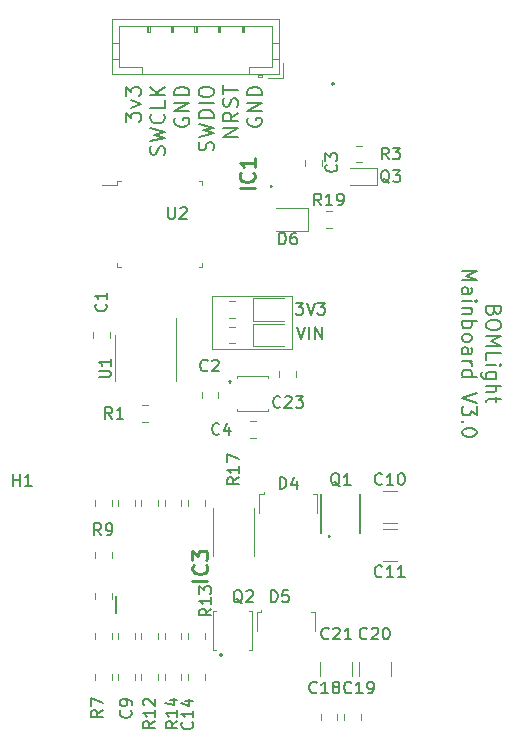
<source format=gbr>
G04 #@! TF.GenerationSoftware,KiCad,Pcbnew,(5.1.4)-1*
G04 #@! TF.CreationDate,2020-06-09T22:28:14-07:00*
G04 #@! TF.ProjectId,SkateLightMainBoard,536b6174-654c-4696-9768-744d61696e42,rev?*
G04 #@! TF.SameCoordinates,Original*
G04 #@! TF.FileFunction,Legend,Top*
G04 #@! TF.FilePolarity,Positive*
%FSLAX46Y46*%
G04 Gerber Fmt 4.6, Leading zero omitted, Abs format (unit mm)*
G04 Created by KiCad (PCBNEW (5.1.4)-1) date 2020-06-09 22:28:14*
%MOMM*%
%LPD*%
G04 APERTURE LIST*
%ADD10C,0.152400*%
%ADD11C,0.120000*%
%ADD12C,0.177800*%
%ADD13C,0.200000*%
%ADD14C,0.254000*%
%ADD15C,0.100000*%
%ADD16C,0.150000*%
G04 APERTURE END LIST*
D10*
X-10918976Y17015701D02*
X-10918976Y17801892D01*
X-10435166Y17378559D01*
X-10435166Y17559987D01*
X-10374690Y17680940D01*
X-10314214Y17741416D01*
X-10193261Y17801892D01*
X-9890880Y17801892D01*
X-9769928Y17741416D01*
X-9709452Y17680940D01*
X-9648976Y17559987D01*
X-9648976Y17197130D01*
X-9709452Y17076178D01*
X-9769928Y17015701D01*
X-10495642Y18225225D02*
X-9648976Y18527606D01*
X-10495642Y18829987D01*
X-10918976Y19192844D02*
X-10918976Y19979035D01*
X-10435166Y19555701D01*
X-10435166Y19737130D01*
X-10374690Y19858082D01*
X-10314214Y19918559D01*
X-10193261Y19979035D01*
X-9890880Y19979035D01*
X-9769928Y19918559D01*
X-9709452Y19858082D01*
X-9648976Y19737130D01*
X-9648976Y19374273D01*
X-9709452Y19253320D01*
X-9769928Y19192844D01*
X-7652052Y14233797D02*
X-7591576Y14415225D01*
X-7591576Y14717606D01*
X-7652052Y14838559D01*
X-7712528Y14899035D01*
X-7833480Y14959511D01*
X-7954433Y14959511D01*
X-8075385Y14899035D01*
X-8135861Y14838559D01*
X-8196338Y14717606D01*
X-8256814Y14475701D01*
X-8317290Y14354749D01*
X-8377766Y14294273D01*
X-8498719Y14233797D01*
X-8619671Y14233797D01*
X-8740623Y14294273D01*
X-8801100Y14354749D01*
X-8861576Y14475701D01*
X-8861576Y14778082D01*
X-8801100Y14959511D01*
X-8861576Y15382844D02*
X-7591576Y15685225D01*
X-8498719Y15927130D01*
X-7591576Y16169035D01*
X-8861576Y16471416D01*
X-7712528Y17680940D02*
X-7652052Y17620463D01*
X-7591576Y17439035D01*
X-7591576Y17318082D01*
X-7652052Y17136654D01*
X-7773004Y17015701D01*
X-7893957Y16955225D01*
X-8135861Y16894749D01*
X-8317290Y16894749D01*
X-8559195Y16955225D01*
X-8680147Y17015701D01*
X-8801100Y17136654D01*
X-8861576Y17318082D01*
X-8861576Y17439035D01*
X-8801100Y17620463D01*
X-8740623Y17680940D01*
X-7591576Y18829987D02*
X-7591576Y18225225D01*
X-8861576Y18225225D01*
X-7591576Y19253320D02*
X-8861576Y19253320D01*
X-7591576Y19979035D02*
X-8317290Y19434749D01*
X-8861576Y19979035D02*
X-8135861Y19253320D01*
X-6743700Y17318082D02*
X-6804176Y17197130D01*
X-6804176Y17015701D01*
X-6743700Y16834273D01*
X-6622747Y16713320D01*
X-6501795Y16652844D01*
X-6259890Y16592368D01*
X-6078461Y16592368D01*
X-5836557Y16652844D01*
X-5715604Y16713320D01*
X-5594652Y16834273D01*
X-5534176Y17015701D01*
X-5534176Y17136654D01*
X-5594652Y17318082D01*
X-5655128Y17378559D01*
X-6078461Y17378559D01*
X-6078461Y17136654D01*
X-5534176Y17922844D02*
X-6804176Y17922844D01*
X-5534176Y18648559D01*
X-6804176Y18648559D01*
X-5534176Y19253320D02*
X-6804176Y19253320D01*
X-6804176Y19555701D01*
X-6743700Y19737130D01*
X-6622747Y19858082D01*
X-6501795Y19918559D01*
X-6259890Y19979035D01*
X-6078461Y19979035D01*
X-5836557Y19918559D01*
X-5715604Y19858082D01*
X-5594652Y19737130D01*
X-5534176Y19555701D01*
X-5534176Y19253320D01*
X-3537252Y14596654D02*
X-3476776Y14778082D01*
X-3476776Y15080463D01*
X-3537252Y15201416D01*
X-3597728Y15261892D01*
X-3718680Y15322368D01*
X-3839633Y15322368D01*
X-3960585Y15261892D01*
X-4021061Y15201416D01*
X-4081538Y15080463D01*
X-4142014Y14838559D01*
X-4202490Y14717606D01*
X-4262966Y14657130D01*
X-4383919Y14596654D01*
X-4504871Y14596654D01*
X-4625823Y14657130D01*
X-4686300Y14717606D01*
X-4746776Y14838559D01*
X-4746776Y15140940D01*
X-4686300Y15322368D01*
X-4746776Y15745701D02*
X-3476776Y16048082D01*
X-4383919Y16289987D01*
X-3476776Y16531892D01*
X-4746776Y16834273D01*
X-3476776Y17318082D02*
X-4746776Y17318082D01*
X-4746776Y17620463D01*
X-4686300Y17801892D01*
X-4565347Y17922844D01*
X-4444395Y17983320D01*
X-4202490Y18043797D01*
X-4021061Y18043797D01*
X-3779157Y17983320D01*
X-3658204Y17922844D01*
X-3537252Y17801892D01*
X-3476776Y17620463D01*
X-3476776Y17318082D01*
X-3476776Y18588082D02*
X-4746776Y18588082D01*
X-4746776Y19434749D02*
X-4746776Y19676654D01*
X-4686300Y19797606D01*
X-4565347Y19918559D01*
X-4323442Y19979035D01*
X-3900109Y19979035D01*
X-3658204Y19918559D01*
X-3537252Y19797606D01*
X-3476776Y19676654D01*
X-3476776Y19434749D01*
X-3537252Y19313797D01*
X-3658204Y19192844D01*
X-3900109Y19132368D01*
X-4323442Y19132368D01*
X-4565347Y19192844D01*
X-4686300Y19313797D01*
X-4746776Y19434749D01*
X-1419376Y15745701D02*
X-2689376Y15745701D01*
X-1419376Y16471416D01*
X-2689376Y16471416D01*
X-1419376Y17801892D02*
X-2024138Y17378559D01*
X-1419376Y17076178D02*
X-2689376Y17076178D01*
X-2689376Y17559987D01*
X-2628900Y17680940D01*
X-2568423Y17741416D01*
X-2447471Y17801892D01*
X-2266042Y17801892D01*
X-2145090Y17741416D01*
X-2084614Y17680940D01*
X-2024138Y17559987D01*
X-2024138Y17076178D01*
X-1479852Y18285701D02*
X-1419376Y18467130D01*
X-1419376Y18769511D01*
X-1479852Y18890463D01*
X-1540328Y18950940D01*
X-1661280Y19011416D01*
X-1782233Y19011416D01*
X-1903185Y18950940D01*
X-1963661Y18890463D01*
X-2024138Y18769511D01*
X-2084614Y18527606D01*
X-2145090Y18406654D01*
X-2205566Y18346178D01*
X-2326519Y18285701D01*
X-2447471Y18285701D01*
X-2568423Y18346178D01*
X-2628900Y18406654D01*
X-2689376Y18527606D01*
X-2689376Y18829987D01*
X-2628900Y19011416D01*
X-2689376Y19374273D02*
X-2689376Y20099987D01*
X-1419376Y19737130D02*
X-2689376Y19737130D01*
X-571500Y17318082D02*
X-631976Y17197130D01*
X-631976Y17015701D01*
X-571500Y16834273D01*
X-450547Y16713320D01*
X-329595Y16652844D01*
X-87690Y16592368D01*
X93738Y16592368D01*
X335642Y16652844D01*
X456595Y16713320D01*
X577547Y16834273D01*
X638023Y17015701D01*
X638023Y17136654D01*
X577547Y17318082D01*
X517071Y17378559D01*
X93738Y17378559D01*
X93738Y17136654D01*
X638023Y17922844D02*
X-631976Y17922844D01*
X638023Y18648559D01*
X-631976Y18648559D01*
X638023Y19253320D02*
X-631976Y19253320D01*
X-631976Y19555701D01*
X-571500Y19737130D01*
X-450547Y19858082D01*
X-329595Y19918559D01*
X-87690Y19979035D01*
X93738Y19979035D01*
X335642Y19918559D01*
X456595Y19858082D01*
X577547Y19737130D01*
X638023Y19555701D01*
X638023Y19253320D01*
D11*
X3200400Y-2197100D02*
X-3594100Y-2197100D01*
D12*
X3611638Y-307219D02*
X3950304Y-1323219D01*
X4288971Y-307219D01*
X4627638Y-1323219D02*
X4627638Y-307219D01*
X5111447Y-1323219D02*
X5111447Y-307219D01*
X5692019Y-1323219D01*
X5692019Y-307219D01*
X3474495Y1724780D02*
X4103447Y1724780D01*
X3764780Y1337733D01*
X3909923Y1337733D01*
X4006685Y1289352D01*
X4055066Y1240971D01*
X4103447Y1144209D01*
X4103447Y902304D01*
X4055066Y805542D01*
X4006685Y757161D01*
X3909923Y708780D01*
X3619638Y708780D01*
X3522876Y757161D01*
X3474495Y805542D01*
X4393733Y1724780D02*
X4732400Y708780D01*
X5071066Y1724780D01*
X5312971Y1724780D02*
X5941923Y1724780D01*
X5603257Y1337733D01*
X5748400Y1337733D01*
X5845161Y1289352D01*
X5893542Y1240971D01*
X5941923Y1144209D01*
X5941923Y902304D01*
X5893542Y805542D01*
X5845161Y757161D01*
X5748400Y708780D01*
X5458114Y708780D01*
X5361352Y757161D01*
X5312971Y805542D01*
D11*
X-3594100Y-2197100D02*
X-3594100Y2311400D01*
X3200400Y2311400D02*
X3200400Y-2197100D01*
X-3594100Y2311400D02*
X3200400Y2311400D01*
D13*
X20276785Y1001428D02*
X20217261Y822857D01*
X20157738Y763333D01*
X20038690Y703809D01*
X19860119Y703809D01*
X19741071Y763333D01*
X19681547Y822857D01*
X19622023Y941904D01*
X19622023Y1418095D01*
X20872023Y1418095D01*
X20872023Y1001428D01*
X20812500Y882380D01*
X20752976Y822857D01*
X20633928Y763333D01*
X20514880Y763333D01*
X20395833Y822857D01*
X20336309Y882380D01*
X20276785Y1001428D01*
X20276785Y1418095D01*
X20872023Y-70000D02*
X20872023Y-308095D01*
X20812500Y-427142D01*
X20693452Y-546190D01*
X20455357Y-605714D01*
X20038690Y-605714D01*
X19800595Y-546190D01*
X19681547Y-427142D01*
X19622023Y-308095D01*
X19622023Y-70000D01*
X19681547Y49047D01*
X19800595Y168095D01*
X20038690Y227619D01*
X20455357Y227619D01*
X20693452Y168095D01*
X20812500Y49047D01*
X20872023Y-70000D01*
X19622023Y-1141428D02*
X20872023Y-1141428D01*
X19979166Y-1558095D01*
X20872023Y-1974761D01*
X19622023Y-1974761D01*
X19622023Y-3165238D02*
X19622023Y-2569999D01*
X20872023Y-2569999D01*
X19622023Y-3581904D02*
X20455357Y-3581904D01*
X20872023Y-3581904D02*
X20812500Y-3522380D01*
X20752976Y-3581904D01*
X20812500Y-3641428D01*
X20872023Y-3581904D01*
X20752976Y-3581904D01*
X20455357Y-4712857D02*
X19443452Y-4712857D01*
X19324404Y-4653333D01*
X19264880Y-4593809D01*
X19205357Y-4474761D01*
X19205357Y-4296190D01*
X19264880Y-4177142D01*
X19681547Y-4712857D02*
X19622023Y-4593809D01*
X19622023Y-4355714D01*
X19681547Y-4236666D01*
X19741071Y-4177142D01*
X19860119Y-4117619D01*
X20217261Y-4117619D01*
X20336309Y-4177142D01*
X20395833Y-4236666D01*
X20455357Y-4355714D01*
X20455357Y-4593809D01*
X20395833Y-4712857D01*
X19622023Y-5308095D02*
X20872023Y-5308095D01*
X19622023Y-5843809D02*
X20276785Y-5843809D01*
X20395833Y-5784285D01*
X20455357Y-5665238D01*
X20455357Y-5486666D01*
X20395833Y-5367619D01*
X20336309Y-5308095D01*
X20455357Y-6260476D02*
X20455357Y-6736666D01*
X20872023Y-6439047D02*
X19800595Y-6439047D01*
X19681547Y-6498571D01*
X19622023Y-6617619D01*
X19622023Y-6736666D01*
X17547023Y4424047D02*
X18797023Y4424047D01*
X17904166Y4007380D01*
X18797023Y3590714D01*
X17547023Y3590714D01*
X17547023Y2459761D02*
X18201785Y2459761D01*
X18320833Y2519285D01*
X18380357Y2638333D01*
X18380357Y2876428D01*
X18320833Y2995476D01*
X17606547Y2459761D02*
X17547023Y2578809D01*
X17547023Y2876428D01*
X17606547Y2995476D01*
X17725595Y3055000D01*
X17844642Y3055000D01*
X17963690Y2995476D01*
X18023214Y2876428D01*
X18023214Y2578809D01*
X18082738Y2459761D01*
X17547023Y1864523D02*
X18380357Y1864523D01*
X18797023Y1864523D02*
X18737500Y1924047D01*
X18677976Y1864523D01*
X18737500Y1805000D01*
X18797023Y1864523D01*
X18677976Y1864523D01*
X18380357Y1269285D02*
X17547023Y1269285D01*
X18261309Y1269285D02*
X18320833Y1209761D01*
X18380357Y1090714D01*
X18380357Y912142D01*
X18320833Y793095D01*
X18201785Y733571D01*
X17547023Y733571D01*
X17547023Y138333D02*
X18797023Y138333D01*
X18320833Y138333D02*
X18380357Y19285D01*
X18380357Y-218809D01*
X18320833Y-337857D01*
X18261309Y-397380D01*
X18142261Y-456904D01*
X17785119Y-456904D01*
X17666071Y-397380D01*
X17606547Y-337857D01*
X17547023Y-218809D01*
X17547023Y19285D01*
X17606547Y138333D01*
X17547023Y-1171190D02*
X17606547Y-1052142D01*
X17666071Y-992619D01*
X17785119Y-933095D01*
X18142261Y-933095D01*
X18261309Y-992619D01*
X18320833Y-1052142D01*
X18380357Y-1171190D01*
X18380357Y-1349761D01*
X18320833Y-1468809D01*
X18261309Y-1528333D01*
X18142261Y-1587857D01*
X17785119Y-1587857D01*
X17666071Y-1528333D01*
X17606547Y-1468809D01*
X17547023Y-1349761D01*
X17547023Y-1171190D01*
X17547023Y-2659285D02*
X18201785Y-2659285D01*
X18320833Y-2599761D01*
X18380357Y-2480714D01*
X18380357Y-2242619D01*
X18320833Y-2123571D01*
X17606547Y-2659285D02*
X17547023Y-2540238D01*
X17547023Y-2242619D01*
X17606547Y-2123571D01*
X17725595Y-2064047D01*
X17844642Y-2064047D01*
X17963690Y-2123571D01*
X18023214Y-2242619D01*
X18023214Y-2540238D01*
X18082738Y-2659285D01*
X17547023Y-3254523D02*
X18380357Y-3254523D01*
X18142261Y-3254523D02*
X18261309Y-3314047D01*
X18320833Y-3373571D01*
X18380357Y-3492619D01*
X18380357Y-3611666D01*
X17547023Y-4564047D02*
X18797023Y-4564047D01*
X17606547Y-4564047D02*
X17547023Y-4445000D01*
X17547023Y-4206904D01*
X17606547Y-4087857D01*
X17666071Y-4028333D01*
X17785119Y-3968809D01*
X18142261Y-3968809D01*
X18261309Y-4028333D01*
X18320833Y-4087857D01*
X18380357Y-4206904D01*
X18380357Y-4445000D01*
X18320833Y-4564047D01*
X18797023Y-5933095D02*
X17547023Y-6349761D01*
X18797023Y-6766428D01*
X18797023Y-7064047D02*
X18797023Y-7837857D01*
X18320833Y-7421190D01*
X18320833Y-7599761D01*
X18261309Y-7718809D01*
X18201785Y-7778333D01*
X18082738Y-7837857D01*
X17785119Y-7837857D01*
X17666071Y-7778333D01*
X17606547Y-7718809D01*
X17547023Y-7599761D01*
X17547023Y-7242619D01*
X17606547Y-7123571D01*
X17666071Y-7064047D01*
X17666071Y-8373571D02*
X17606547Y-8433095D01*
X17547023Y-8373571D01*
X17606547Y-8314047D01*
X17666071Y-8373571D01*
X17547023Y-8373571D01*
X18797023Y-9206904D02*
X18797023Y-9325952D01*
X18737500Y-9445000D01*
X18677976Y-9504523D01*
X18558928Y-9564047D01*
X18320833Y-9623571D01*
X18023214Y-9623571D01*
X17785119Y-9564047D01*
X17666071Y-9504523D01*
X17606547Y-9445000D01*
X17547023Y-9325952D01*
X17547023Y-9206904D01*
X17606547Y-9087857D01*
X17666071Y-9028333D01*
X17785119Y-8968809D01*
X18023214Y-8909285D01*
X18320833Y-8909285D01*
X18558928Y-8968809D01*
X18677976Y-9028333D01*
X18737500Y-9087857D01*
X18797023Y-9206904D01*
D14*
X6328500Y-18075000D02*
G75*
G03X6328500Y-18075000I-27000J0D01*
G01*
D13*
X8952500Y-17779000D02*
X8952500Y-14479000D01*
X5652500Y-14479000D02*
X5652500Y-17779000D01*
D14*
X1396500Y11544300D02*
G75*
G03X1396500Y11544300I-27000J0D01*
G01*
D11*
X7545000Y-33078922D02*
X7545000Y-33596078D01*
X8965000Y-33078922D02*
X8965000Y-33596078D01*
X5576500Y-33078922D02*
X5576500Y-33596078D01*
X6996500Y-33078922D02*
X6996500Y-33596078D01*
X-12117000Y-15513578D02*
X-12117000Y-14996422D01*
X-13537000Y-15513578D02*
X-13537000Y-14996422D01*
X-12117000Y-19943578D02*
X-12117000Y-19426422D01*
X-13537000Y-19943578D02*
X-13537000Y-19426422D01*
X-9600000Y-29713422D02*
X-9600000Y-30230578D01*
X-8180000Y-29713422D02*
X-8180000Y-30230578D01*
X-13690000Y-728922D02*
X-13690000Y-1246078D01*
X-12270000Y-728922D02*
X-12270000Y-1246078D01*
X5680000Y13301422D02*
X5680000Y13818578D01*
X4260000Y13301422D02*
X4260000Y13818578D01*
X-11568500Y-29713422D02*
X-11568500Y-30230578D01*
X-10148500Y-29713422D02*
X-10148500Y-30230578D01*
X10827936Y-16917500D02*
X12032064Y-16917500D01*
X10827936Y-14197500D02*
X12032064Y-14197500D01*
X10827936Y-20156000D02*
X12032064Y-20156000D01*
X10827936Y-17436000D02*
X12032064Y-17436000D01*
X-12117000Y-23372578D02*
X-12117000Y-22855422D01*
X-13537000Y-23372578D02*
X-13537000Y-22855422D01*
X-8180000Y-26801578D02*
X-8180000Y-26284422D01*
X-9600000Y-26801578D02*
X-9600000Y-26284422D01*
X-5663000Y-29713422D02*
X-5663000Y-30230578D01*
X-4243000Y-29713422D02*
X-4243000Y-30230578D01*
X-10148500Y-15498578D02*
X-10148500Y-14981422D01*
X-11568500Y-15498578D02*
X-11568500Y-14981422D01*
X-5663000Y-14981422D02*
X-5663000Y-15498578D01*
X-4243000Y-14981422D02*
X-4243000Y-15498578D01*
X-6211500Y-15498578D02*
X-6211500Y-14981422D01*
X-7631500Y-15498578D02*
X-7631500Y-14981422D01*
X11520000Y-29875564D02*
X11520000Y-28671436D01*
X8800000Y-29875564D02*
X8800000Y-28671436D01*
X8281500Y-29875564D02*
X8281500Y-28671436D01*
X5561500Y-29875564D02*
X5561500Y-28671436D01*
X-173700Y-1988700D02*
X2511300Y-1988700D01*
X-173700Y-68700D02*
X-173700Y-1988700D01*
X2511300Y-68700D02*
X-173700Y-68700D01*
X-173700Y183000D02*
X2511300Y183000D01*
X-173700Y2103000D02*
X-173700Y183000D01*
X2511300Y2103000D02*
X-173700Y2103000D01*
X757500Y-14307000D02*
X757500Y-14507000D01*
X5307500Y-16107000D02*
X5307500Y-14507000D01*
X407500Y-14507000D02*
X407500Y-16107000D01*
X757500Y-14507000D02*
X407500Y-14507000D01*
X5307500Y-14507000D02*
X4957500Y-14507000D01*
X567000Y-24276500D02*
X567000Y-24476500D01*
X5117000Y-26076500D02*
X5117000Y-24476500D01*
X217000Y-24476500D02*
X217000Y-26076500D01*
X567000Y-24476500D02*
X217000Y-24476500D01*
X5117000Y-24476500D02*
X4767000Y-24476500D01*
D13*
X-11755000Y-24541500D02*
X-11755000Y-23091500D01*
D11*
X-9567678Y-8393500D02*
X-9050522Y-8393500D01*
X-9567678Y-6973500D02*
X-9050522Y-6973500D01*
X-1659122Y-318700D02*
X-2176278Y-318700D01*
X-1659122Y-1738700D02*
X-2176278Y-1738700D01*
X-1659122Y1853000D02*
X-2176278Y1853000D01*
X-1659122Y433000D02*
X-2176278Y433000D01*
X-13537000Y-29713422D02*
X-13537000Y-30230578D01*
X-12117000Y-29713422D02*
X-12117000Y-30230578D01*
X-11568500Y-26284422D02*
X-11568500Y-26801578D01*
X-10148500Y-26284422D02*
X-10148500Y-26801578D01*
X-13537000Y-26284422D02*
X-13537000Y-26801578D01*
X-12117000Y-26284422D02*
X-12117000Y-26801578D01*
X-5663000Y-26284422D02*
X-5663000Y-26801578D01*
X-4243000Y-26284422D02*
X-4243000Y-26801578D01*
X-7631500Y-29713422D02*
X-7631500Y-30230578D01*
X-6211500Y-29713422D02*
X-6211500Y-30230578D01*
X-6211500Y-26801578D02*
X-6211500Y-26284422D01*
X-7631500Y-26801578D02*
X-7631500Y-26284422D01*
X-8180000Y-15498578D02*
X-8180000Y-14981422D01*
X-9600000Y-15498578D02*
X-9600000Y-14981422D01*
X-3488000Y-15664436D02*
X-3488000Y-19768564D01*
X-68000Y-15664436D02*
X-68000Y-19768564D01*
X-6680101Y-3008961D02*
X-6680101Y441039D01*
X-6680101Y-3008961D02*
X-6680101Y-4958961D01*
X-11800101Y-3008961D02*
X-11800101Y-1058961D01*
X-11800101Y-3008961D02*
X-11800101Y-4958961D01*
D15*
X-3241500Y-24366000D02*
X-3491500Y-24366000D01*
X-3491500Y-24366000D02*
X-3491500Y-27666000D01*
X-3491500Y-27666000D02*
X-3241500Y-27666000D01*
X-441500Y-24366000D02*
X-191500Y-24366000D01*
X-191500Y-24366000D02*
X-191500Y-27666000D01*
X-191500Y-27666000D02*
X-441500Y-27666000D01*
D13*
X-2941500Y-28116000D02*
X-2941500Y-28116000D01*
X-2741500Y-28116000D02*
X-2741500Y-28116000D01*
X-2741500Y-28116000D02*
G75*
G03X-2941500Y-28116000I-100000J0D01*
G01*
X-2941500Y-28116000D02*
G75*
G03X-2741500Y-28116000I100000J0D01*
G01*
D11*
X8044800Y11656400D02*
X10329800Y11656400D01*
X10329800Y11656400D02*
X10329800Y13126400D01*
X10329800Y13126400D02*
X8044800Y13126400D01*
X8586222Y15006400D02*
X9103378Y15006400D01*
X8586222Y13586400D02*
X9103378Y13586400D01*
X2084000Y-4576578D02*
X2084000Y-4059422D01*
X3504000Y-4576578D02*
X3504000Y-4059422D01*
X-4494600Y-6329178D02*
X-4494600Y-5812022D01*
X-3074600Y-6329178D02*
X-3074600Y-5812022D01*
X106178Y-8307000D02*
X-410978Y-8307000D01*
X106178Y-9727000D02*
X-410978Y-9727000D01*
X1819400Y7790300D02*
X4504400Y7790300D01*
X4504400Y7790300D02*
X4504400Y9710300D01*
X4504400Y9710300D02*
X1819400Y9710300D01*
D15*
X-1503200Y-4669000D02*
X-1503200Y-4469000D01*
X-1503200Y-4469000D02*
X1096800Y-4469000D01*
X1096800Y-4469000D02*
X1096800Y-4669000D01*
X-1503200Y-7269000D02*
X-1503200Y-7469000D01*
X-1503200Y-7469000D02*
X1096800Y-7469000D01*
X1096800Y-7469000D02*
X1096800Y-7269000D01*
D13*
X-2103200Y-4869000D02*
X-2103200Y-4869000D01*
X-2103200Y-5069000D02*
X-2103200Y-5069000D01*
X-2103200Y-5069000D02*
G75*
G03X-2103200Y-4869000I0J100000D01*
G01*
X-2103200Y-4869000D02*
G75*
G03X-2103200Y-5069000I0J-100000D01*
G01*
X6507400Y20240800D02*
G75*
G03X6707400Y20240800I100000J0D01*
G01*
X6707400Y20240800D02*
G75*
G03X6507400Y20240800I-100000J0D01*
G01*
X6707400Y20240800D02*
X6707400Y20240800D01*
X6507400Y20240800D02*
X6507400Y20240800D01*
D11*
X6015222Y8040300D02*
X6532378Y8040300D01*
X6015222Y9460300D02*
X6532378Y9460300D01*
X-4716400Y4772000D02*
X-4416400Y4772000D01*
X-4416400Y4772000D02*
X-4416400Y5072000D01*
X-11336400Y4772000D02*
X-11636400Y4772000D01*
X-11636400Y4772000D02*
X-11636400Y5072000D01*
X-4716400Y11992000D02*
X-4416400Y11992000D01*
X-4416400Y11992000D02*
X-4416400Y11692000D01*
X-11336400Y11992000D02*
X-11636400Y11992000D01*
X-11636400Y11992000D02*
X-11636400Y11692000D01*
X-11636400Y11692000D02*
X-12951400Y11692000D01*
X2060000Y21050000D02*
X2060000Y25770000D01*
X2060000Y25770000D02*
X-12060000Y25770000D01*
X-12060000Y25770000D02*
X-12060000Y21050000D01*
X-12060000Y21050000D02*
X2060000Y21050000D01*
X300000Y21050000D02*
X300000Y20850000D01*
X300000Y20850000D02*
X600000Y20850000D01*
X600000Y20850000D02*
X600000Y21050000D01*
X300000Y20950000D02*
X600000Y20950000D01*
X-500000Y21050000D02*
X-500000Y21660000D01*
X-500000Y21660000D02*
X1450000Y21660000D01*
X1450000Y21660000D02*
X1450000Y25160000D01*
X1450000Y25160000D02*
X-11450000Y25160000D01*
X-11450000Y25160000D02*
X-11450000Y21660000D01*
X-11450000Y21660000D02*
X-9500000Y21660000D01*
X-9500000Y21660000D02*
X-9500000Y21050000D01*
X2060000Y22360000D02*
X1450000Y22360000D01*
X2060000Y23660000D02*
X1450000Y23660000D01*
X-12060000Y22360000D02*
X-11450000Y22360000D01*
X-12060000Y23660000D02*
X-11450000Y23660000D01*
X-900000Y25160000D02*
X-900000Y24660000D01*
X-900000Y24660000D02*
X-1100000Y24660000D01*
X-1100000Y24660000D02*
X-1100000Y25160000D01*
X-1000000Y25160000D02*
X-1000000Y24660000D01*
X-2900000Y25160000D02*
X-2900000Y24660000D01*
X-2900000Y24660000D02*
X-3100000Y24660000D01*
X-3100000Y24660000D02*
X-3100000Y25160000D01*
X-3000000Y25160000D02*
X-3000000Y24660000D01*
X-4900000Y25160000D02*
X-4900000Y24660000D01*
X-4900000Y24660000D02*
X-5100000Y24660000D01*
X-5100000Y24660000D02*
X-5100000Y25160000D01*
X-5000000Y25160000D02*
X-5000000Y24660000D01*
X-6900000Y25160000D02*
X-6900000Y24660000D01*
X-6900000Y24660000D02*
X-7100000Y24660000D01*
X-7100000Y24660000D02*
X-7100000Y25160000D01*
X-7000000Y25160000D02*
X-7000000Y24660000D01*
X-8900000Y25160000D02*
X-8900000Y24660000D01*
X-8900000Y24660000D02*
X-9100000Y24660000D01*
X-9100000Y24660000D02*
X-9100000Y25160000D01*
X-9000000Y25160000D02*
X-9000000Y24660000D01*
X1110000Y20750000D02*
X2360000Y20750000D01*
X2360000Y20750000D02*
X2360000Y22000000D01*
D16*
X-20446904Y-13795380D02*
X-20446904Y-12795380D01*
X-20446904Y-13271571D02*
X-19875476Y-13271571D01*
X-19875476Y-13795380D02*
X-19875476Y-12795380D01*
X-18875476Y-13795380D02*
X-19446904Y-13795380D01*
X-19161190Y-13795380D02*
X-19161190Y-12795380D01*
X-19256428Y-12938238D01*
X-19351666Y-13033476D01*
X-19446904Y-13081095D01*
D10*
X7215898Y-13835500D02*
X7119136Y-13787120D01*
X7022374Y-13690358D01*
X6877231Y-13545215D01*
X6780469Y-13496834D01*
X6683707Y-13496834D01*
X6732088Y-13738739D02*
X6635326Y-13690358D01*
X6538564Y-13593596D01*
X6490183Y-13400072D01*
X6490183Y-13061405D01*
X6538564Y-12867881D01*
X6635326Y-12771120D01*
X6732088Y-12722739D01*
X6925612Y-12722739D01*
X7022374Y-12771120D01*
X7119136Y-12867881D01*
X7167517Y-13061405D01*
X7167517Y-13400072D01*
X7119136Y-13593596D01*
X7022374Y-13690358D01*
X6925612Y-13738739D01*
X6732088Y-13738739D01*
X8135136Y-13738739D02*
X7554564Y-13738739D01*
X7844850Y-13738739D02*
X7844850Y-12722739D01*
X7748088Y-12867881D01*
X7651326Y-12964643D01*
X7554564Y-13013024D01*
D14*
X-5476Y11380238D02*
X-1275476Y11380238D01*
X-126428Y12710714D02*
X-65952Y12650238D01*
X-5476Y12468809D01*
X-5476Y12347857D01*
X-65952Y12166428D01*
X-186904Y12045476D01*
X-307857Y11985000D01*
X-549761Y11924523D01*
X-731190Y11924523D01*
X-973095Y11985000D01*
X-1094047Y12045476D01*
X-1215000Y12166428D01*
X-1275476Y12347857D01*
X-1275476Y12468809D01*
X-1215000Y12650238D01*
X-1154523Y12710714D01*
X-5476Y13920238D02*
X-5476Y13194523D01*
X-5476Y13557380D02*
X-1275476Y13557380D01*
X-1094047Y13436428D01*
X-973095Y13315476D01*
X-912619Y13194523D01*
D16*
X8183642Y-31281642D02*
X8136023Y-31329261D01*
X7993166Y-31376880D01*
X7897928Y-31376880D01*
X7755071Y-31329261D01*
X7659833Y-31234023D01*
X7612214Y-31138785D01*
X7564595Y-30948309D01*
X7564595Y-30805452D01*
X7612214Y-30614976D01*
X7659833Y-30519738D01*
X7755071Y-30424500D01*
X7897928Y-30376880D01*
X7993166Y-30376880D01*
X8136023Y-30424500D01*
X8183642Y-30472119D01*
X9136023Y-31376880D02*
X8564595Y-31376880D01*
X8850309Y-31376880D02*
X8850309Y-30376880D01*
X8755071Y-30519738D01*
X8659833Y-30614976D01*
X8564595Y-30662595D01*
X9612214Y-31376880D02*
X9802690Y-31376880D01*
X9897928Y-31329261D01*
X9945547Y-31281642D01*
X10040785Y-31138785D01*
X10088404Y-30948309D01*
X10088404Y-30567357D01*
X10040785Y-30472119D01*
X9993166Y-30424500D01*
X9897928Y-30376880D01*
X9707452Y-30376880D01*
X9612214Y-30424500D01*
X9564595Y-30472119D01*
X9516976Y-30567357D01*
X9516976Y-30805452D01*
X9564595Y-30900690D01*
X9612214Y-30948309D01*
X9707452Y-30995928D01*
X9897928Y-30995928D01*
X9993166Y-30948309D01*
X10040785Y-30900690D01*
X10088404Y-30805452D01*
X5262642Y-31281642D02*
X5215023Y-31329261D01*
X5072166Y-31376880D01*
X4976928Y-31376880D01*
X4834071Y-31329261D01*
X4738833Y-31234023D01*
X4691214Y-31138785D01*
X4643595Y-30948309D01*
X4643595Y-30805452D01*
X4691214Y-30614976D01*
X4738833Y-30519738D01*
X4834071Y-30424500D01*
X4976928Y-30376880D01*
X5072166Y-30376880D01*
X5215023Y-30424500D01*
X5262642Y-30472119D01*
X6215023Y-31376880D02*
X5643595Y-31376880D01*
X5929309Y-31376880D02*
X5929309Y-30376880D01*
X5834071Y-30519738D01*
X5738833Y-30614976D01*
X5643595Y-30662595D01*
X6786452Y-30805452D02*
X6691214Y-30757833D01*
X6643595Y-30710214D01*
X6595976Y-30614976D01*
X6595976Y-30567357D01*
X6643595Y-30472119D01*
X6691214Y-30424500D01*
X6786452Y-30376880D01*
X6976928Y-30376880D01*
X7072166Y-30424500D01*
X7119785Y-30472119D01*
X7167404Y-30567357D01*
X7167404Y-30614976D01*
X7119785Y-30710214D01*
X7072166Y-30757833D01*
X6976928Y-30805452D01*
X6786452Y-30805452D01*
X6691214Y-30853071D01*
X6643595Y-30900690D01*
X6595976Y-30995928D01*
X6595976Y-31186404D01*
X6643595Y-31281642D01*
X6691214Y-31329261D01*
X6786452Y-31376880D01*
X6976928Y-31376880D01*
X7072166Y-31329261D01*
X7119785Y-31281642D01*
X7167404Y-31186404D01*
X7167404Y-30995928D01*
X7119785Y-30900690D01*
X7072166Y-30853071D01*
X6976928Y-30805452D01*
X-12993666Y-17978380D02*
X-13327000Y-17502190D01*
X-13565095Y-17978380D02*
X-13565095Y-16978380D01*
X-13184142Y-16978380D01*
X-13088904Y-17026000D01*
X-13041285Y-17073619D01*
X-12993666Y-17168857D01*
X-12993666Y-17311714D01*
X-13041285Y-17406952D01*
X-13088904Y-17454571D01*
X-13184142Y-17502190D01*
X-13565095Y-17502190D01*
X-12517476Y-17978380D02*
X-12327000Y-17978380D01*
X-12231761Y-17930761D01*
X-12184142Y-17883142D01*
X-12088904Y-17740285D01*
X-12041285Y-17549809D01*
X-12041285Y-17168857D01*
X-12088904Y-17073619D01*
X-12136523Y-17026000D01*
X-12231761Y-16978380D01*
X-12422238Y-16978380D01*
X-12517476Y-17026000D01*
X-12565095Y-17073619D01*
X-12612714Y-17168857D01*
X-12612714Y-17406952D01*
X-12565095Y-17502190D01*
X-12517476Y-17549809D01*
X-12422238Y-17597428D01*
X-12231761Y-17597428D01*
X-12136523Y-17549809D01*
X-12088904Y-17502190D01*
X-12041285Y-17406952D01*
X-8437619Y-33726357D02*
X-8913809Y-34059690D01*
X-8437619Y-34297785D02*
X-9437619Y-34297785D01*
X-9437619Y-33916833D01*
X-9390000Y-33821595D01*
X-9342380Y-33773976D01*
X-9247142Y-33726357D01*
X-9104285Y-33726357D01*
X-9009047Y-33773976D01*
X-8961428Y-33821595D01*
X-8913809Y-33916833D01*
X-8913809Y-34297785D01*
X-8437619Y-32773976D02*
X-8437619Y-33345404D01*
X-8437619Y-33059690D02*
X-9437619Y-33059690D01*
X-9294761Y-33154928D01*
X-9199523Y-33250166D01*
X-9151904Y-33345404D01*
X-9342380Y-32393023D02*
X-9390000Y-32345404D01*
X-9437619Y-32250166D01*
X-9437619Y-32012071D01*
X-9390000Y-31916833D01*
X-9342380Y-31869214D01*
X-9247142Y-31821595D01*
X-9151904Y-31821595D01*
X-9009047Y-31869214D01*
X-8437619Y-32440642D01*
X-8437619Y-31821595D01*
X-12612857Y1603333D02*
X-12565238Y1555714D01*
X-12517619Y1412857D01*
X-12517619Y1317619D01*
X-12565238Y1174761D01*
X-12660476Y1079523D01*
X-12755714Y1031904D01*
X-12946190Y984285D01*
X-13089047Y984285D01*
X-13279523Y1031904D01*
X-13374761Y1079523D01*
X-13470000Y1174761D01*
X-13517619Y1317619D01*
X-13517619Y1412857D01*
X-13470000Y1555714D01*
X-13422380Y1603333D01*
X-12517619Y2555714D02*
X-12517619Y1984285D01*
X-12517619Y2270000D02*
X-13517619Y2270000D01*
X-13374761Y2174761D01*
X-13279523Y2079523D01*
X-13231904Y1984285D01*
X6901942Y13393333D02*
X6949561Y13345714D01*
X6997180Y13202857D01*
X6997180Y13107619D01*
X6949561Y12964761D01*
X6854323Y12869523D01*
X6759085Y12821904D01*
X6568609Y12774285D01*
X6425752Y12774285D01*
X6235276Y12821904D01*
X6140038Y12869523D01*
X6044800Y12964761D01*
X5997180Y13107619D01*
X5997180Y13202857D01*
X6044800Y13345714D01*
X6092419Y13393333D01*
X5997180Y13726666D02*
X5997180Y14345714D01*
X6378133Y14012380D01*
X6378133Y14155238D01*
X6425752Y14250476D01*
X6473371Y14298095D01*
X6568609Y14345714D01*
X6806704Y14345714D01*
X6901942Y14298095D01*
X6949561Y14250476D01*
X6997180Y14155238D01*
X6997180Y13869523D01*
X6949561Y13774285D01*
X6901942Y13726666D01*
X-10501357Y-32805666D02*
X-10453738Y-32853285D01*
X-10406119Y-32996142D01*
X-10406119Y-33091380D01*
X-10453738Y-33234238D01*
X-10548976Y-33329476D01*
X-10644214Y-33377095D01*
X-10834690Y-33424714D01*
X-10977547Y-33424714D01*
X-11168023Y-33377095D01*
X-11263261Y-33329476D01*
X-11358500Y-33234238D01*
X-11406119Y-33091380D01*
X-11406119Y-32996142D01*
X-11358500Y-32853285D01*
X-11310880Y-32805666D01*
X-10406119Y-32329476D02*
X-10406119Y-32139000D01*
X-10453738Y-32043761D01*
X-10501357Y-31996142D01*
X-10644214Y-31900904D01*
X-10834690Y-31853285D01*
X-11215642Y-31853285D01*
X-11310880Y-31900904D01*
X-11358500Y-31948523D01*
X-11406119Y-32043761D01*
X-11406119Y-32234238D01*
X-11358500Y-32329476D01*
X-11310880Y-32377095D01*
X-11215642Y-32424714D01*
X-10977547Y-32424714D01*
X-10882309Y-32377095D01*
X-10834690Y-32329476D01*
X-10787071Y-32234238D01*
X-10787071Y-32043761D01*
X-10834690Y-31948523D01*
X-10882309Y-31900904D01*
X-10977547Y-31853285D01*
X10787142Y-13634642D02*
X10739523Y-13682261D01*
X10596666Y-13729880D01*
X10501428Y-13729880D01*
X10358571Y-13682261D01*
X10263333Y-13587023D01*
X10215714Y-13491785D01*
X10168095Y-13301309D01*
X10168095Y-13158452D01*
X10215714Y-12967976D01*
X10263333Y-12872738D01*
X10358571Y-12777500D01*
X10501428Y-12729880D01*
X10596666Y-12729880D01*
X10739523Y-12777500D01*
X10787142Y-12825119D01*
X11739523Y-13729880D02*
X11168095Y-13729880D01*
X11453809Y-13729880D02*
X11453809Y-12729880D01*
X11358571Y-12872738D01*
X11263333Y-12967976D01*
X11168095Y-13015595D01*
X12358571Y-12729880D02*
X12453809Y-12729880D01*
X12549047Y-12777500D01*
X12596666Y-12825119D01*
X12644285Y-12920357D01*
X12691904Y-13110833D01*
X12691904Y-13348928D01*
X12644285Y-13539404D01*
X12596666Y-13634642D01*
X12549047Y-13682261D01*
X12453809Y-13729880D01*
X12358571Y-13729880D01*
X12263333Y-13682261D01*
X12215714Y-13634642D01*
X12168095Y-13539404D01*
X12120476Y-13348928D01*
X12120476Y-13110833D01*
X12168095Y-12920357D01*
X12215714Y-12825119D01*
X12263333Y-12777500D01*
X12358571Y-12729880D01*
X10787142Y-21439142D02*
X10739523Y-21486761D01*
X10596666Y-21534380D01*
X10501428Y-21534380D01*
X10358571Y-21486761D01*
X10263333Y-21391523D01*
X10215714Y-21296285D01*
X10168095Y-21105809D01*
X10168095Y-20962952D01*
X10215714Y-20772476D01*
X10263333Y-20677238D01*
X10358571Y-20582000D01*
X10501428Y-20534380D01*
X10596666Y-20534380D01*
X10739523Y-20582000D01*
X10787142Y-20629619D01*
X11739523Y-21534380D02*
X11168095Y-21534380D01*
X11453809Y-21534380D02*
X11453809Y-20534380D01*
X11358571Y-20677238D01*
X11263333Y-20772476D01*
X11168095Y-20820095D01*
X12691904Y-21534380D02*
X12120476Y-21534380D01*
X12406190Y-21534380D02*
X12406190Y-20534380D01*
X12310952Y-20677238D01*
X12215714Y-20772476D01*
X12120476Y-20820095D01*
X-5294357Y-33789857D02*
X-5246738Y-33837476D01*
X-5199119Y-33980333D01*
X-5199119Y-34075571D01*
X-5246738Y-34218428D01*
X-5341976Y-34313666D01*
X-5437214Y-34361285D01*
X-5627690Y-34408904D01*
X-5770547Y-34408904D01*
X-5961023Y-34361285D01*
X-6056261Y-34313666D01*
X-6151500Y-34218428D01*
X-6199119Y-34075571D01*
X-6199119Y-33980333D01*
X-6151500Y-33837476D01*
X-6103880Y-33789857D01*
X-5199119Y-32837476D02*
X-5199119Y-33408904D01*
X-5199119Y-33123190D02*
X-6199119Y-33123190D01*
X-6056261Y-33218428D01*
X-5961023Y-33313666D01*
X-5913404Y-33408904D01*
X-5865785Y-31980333D02*
X-5199119Y-31980333D01*
X-6246738Y-32218428D02*
X-5532452Y-32456523D01*
X-5532452Y-31837476D01*
X9517142Y-26709642D02*
X9469523Y-26757261D01*
X9326666Y-26804880D01*
X9231428Y-26804880D01*
X9088571Y-26757261D01*
X8993333Y-26662023D01*
X8945714Y-26566785D01*
X8898095Y-26376309D01*
X8898095Y-26233452D01*
X8945714Y-26042976D01*
X8993333Y-25947738D01*
X9088571Y-25852500D01*
X9231428Y-25804880D01*
X9326666Y-25804880D01*
X9469523Y-25852500D01*
X9517142Y-25900119D01*
X9898095Y-25900119D02*
X9945714Y-25852500D01*
X10040952Y-25804880D01*
X10279047Y-25804880D01*
X10374285Y-25852500D01*
X10421904Y-25900119D01*
X10469523Y-25995357D01*
X10469523Y-26090595D01*
X10421904Y-26233452D01*
X9850476Y-26804880D01*
X10469523Y-26804880D01*
X11088571Y-25804880D02*
X11183809Y-25804880D01*
X11279047Y-25852500D01*
X11326666Y-25900119D01*
X11374285Y-25995357D01*
X11421904Y-26185833D01*
X11421904Y-26423928D01*
X11374285Y-26614404D01*
X11326666Y-26709642D01*
X11279047Y-26757261D01*
X11183809Y-26804880D01*
X11088571Y-26804880D01*
X10993333Y-26757261D01*
X10945714Y-26709642D01*
X10898095Y-26614404D01*
X10850476Y-26423928D01*
X10850476Y-26185833D01*
X10898095Y-25995357D01*
X10945714Y-25900119D01*
X10993333Y-25852500D01*
X11088571Y-25804880D01*
X6278642Y-26709642D02*
X6231023Y-26757261D01*
X6088166Y-26804880D01*
X5992928Y-26804880D01*
X5850071Y-26757261D01*
X5754833Y-26662023D01*
X5707214Y-26566785D01*
X5659595Y-26376309D01*
X5659595Y-26233452D01*
X5707214Y-26042976D01*
X5754833Y-25947738D01*
X5850071Y-25852500D01*
X5992928Y-25804880D01*
X6088166Y-25804880D01*
X6231023Y-25852500D01*
X6278642Y-25900119D01*
X6659595Y-25900119D02*
X6707214Y-25852500D01*
X6802452Y-25804880D01*
X7040547Y-25804880D01*
X7135785Y-25852500D01*
X7183404Y-25900119D01*
X7231023Y-25995357D01*
X7231023Y-26090595D01*
X7183404Y-26233452D01*
X6611976Y-26804880D01*
X7231023Y-26804880D01*
X8183404Y-26804880D02*
X7611976Y-26804880D01*
X7897690Y-26804880D02*
X7897690Y-25804880D01*
X7802452Y-25947738D01*
X7707214Y-26042976D01*
X7611976Y-26090595D01*
X2119404Y-14059380D02*
X2119404Y-13059380D01*
X2357500Y-13059380D01*
X2500357Y-13107000D01*
X2595595Y-13202238D01*
X2643214Y-13297476D01*
X2690833Y-13487952D01*
X2690833Y-13630809D01*
X2643214Y-13821285D01*
X2595595Y-13916523D01*
X2500357Y-14011761D01*
X2357500Y-14059380D01*
X2119404Y-14059380D01*
X3547976Y-13392714D02*
X3547976Y-14059380D01*
X3309880Y-13011761D02*
X3071785Y-13726047D01*
X3690833Y-13726047D01*
X1367564Y-23650200D02*
X1367564Y-22650200D01*
X1605660Y-22650200D01*
X1748517Y-22697820D01*
X1843755Y-22793058D01*
X1891374Y-22888296D01*
X1938993Y-23078772D01*
X1938993Y-23221629D01*
X1891374Y-23412105D01*
X1843755Y-23507343D01*
X1748517Y-23602581D01*
X1605660Y-23650200D01*
X1367564Y-23650200D01*
X2843755Y-22650200D02*
X2367564Y-22650200D01*
X2319945Y-23126391D01*
X2367564Y-23078772D01*
X2462802Y-23031153D01*
X2700898Y-23031153D01*
X2796136Y-23078772D01*
X2843755Y-23126391D01*
X2891374Y-23221629D01*
X2891374Y-23459724D01*
X2843755Y-23554962D01*
X2796136Y-23602581D01*
X2700898Y-23650200D01*
X2462802Y-23650200D01*
X2367564Y-23602581D01*
X2319945Y-23554962D01*
D14*
X-3997476Y-21813761D02*
X-5267476Y-21813761D01*
X-4118428Y-20483285D02*
X-4057952Y-20543761D01*
X-3997476Y-20725190D01*
X-3997476Y-20846142D01*
X-4057952Y-21027571D01*
X-4178904Y-21148523D01*
X-4299857Y-21209000D01*
X-4541761Y-21269476D01*
X-4723190Y-21269476D01*
X-4965095Y-21209000D01*
X-5086047Y-21148523D01*
X-5207000Y-21027571D01*
X-5267476Y-20846142D01*
X-5267476Y-20725190D01*
X-5207000Y-20543761D01*
X-5146523Y-20483285D01*
X-5267476Y-20059952D02*
X-5267476Y-19273761D01*
X-4783666Y-19697095D01*
X-4783666Y-19515666D01*
X-4723190Y-19394714D01*
X-4662714Y-19334238D01*
X-4541761Y-19273761D01*
X-4239380Y-19273761D01*
X-4118428Y-19334238D01*
X-4057952Y-19394714D01*
X-3997476Y-19515666D01*
X-3997476Y-19878523D01*
X-4057952Y-19999476D01*
X-4118428Y-20059952D01*
D16*
X-12056406Y-8130800D02*
X-12389740Y-7654610D01*
X-12627835Y-8130800D02*
X-12627835Y-7130800D01*
X-12246882Y-7130800D01*
X-12151644Y-7178420D01*
X-12104025Y-7226039D01*
X-12056406Y-7321277D01*
X-12056406Y-7464134D01*
X-12104025Y-7559372D01*
X-12151644Y-7606991D01*
X-12246882Y-7654610D01*
X-12627835Y-7654610D01*
X-11104025Y-8130800D02*
X-11675454Y-8130800D01*
X-11389740Y-8130800D02*
X-11389740Y-7130800D01*
X-11484978Y-7273658D01*
X-11580216Y-7368896D01*
X-11675454Y-7416515D01*
X-12841979Y-32790426D02*
X-13318169Y-33123760D01*
X-12841979Y-33361855D02*
X-13841979Y-33361855D01*
X-13841979Y-32980902D01*
X-13794360Y-32885664D01*
X-13746740Y-32838045D01*
X-13651502Y-32790426D01*
X-13508645Y-32790426D01*
X-13413407Y-32838045D01*
X-13365788Y-32885664D01*
X-13318169Y-32980902D01*
X-13318169Y-33361855D01*
X-13841979Y-32457093D02*
X-13841979Y-31790426D01*
X-12841979Y-32218998D01*
X-3675119Y-24201357D02*
X-4151309Y-24534690D01*
X-3675119Y-24772785D02*
X-4675119Y-24772785D01*
X-4675119Y-24391833D01*
X-4627500Y-24296595D01*
X-4579880Y-24248976D01*
X-4484642Y-24201357D01*
X-4341785Y-24201357D01*
X-4246547Y-24248976D01*
X-4198928Y-24296595D01*
X-4151309Y-24391833D01*
X-4151309Y-24772785D01*
X-3675119Y-23248976D02*
X-3675119Y-23820404D01*
X-3675119Y-23534690D02*
X-4675119Y-23534690D01*
X-4532261Y-23629928D01*
X-4437023Y-23725166D01*
X-4389404Y-23820404D01*
X-4675119Y-22915642D02*
X-4675119Y-22296595D01*
X-4294166Y-22629928D01*
X-4294166Y-22487071D01*
X-4246547Y-22391833D01*
X-4198928Y-22344214D01*
X-4103690Y-22296595D01*
X-3865595Y-22296595D01*
X-3770357Y-22344214D01*
X-3722738Y-22391833D01*
X-3675119Y-22487071D01*
X-3675119Y-22772785D01*
X-3722738Y-22868023D01*
X-3770357Y-22915642D01*
X-6532619Y-33726357D02*
X-7008809Y-34059690D01*
X-6532619Y-34297785D02*
X-7532619Y-34297785D01*
X-7532619Y-33916833D01*
X-7485000Y-33821595D01*
X-7437380Y-33773976D01*
X-7342142Y-33726357D01*
X-7199285Y-33726357D01*
X-7104047Y-33773976D01*
X-7056428Y-33821595D01*
X-7008809Y-33916833D01*
X-7008809Y-34297785D01*
X-6532619Y-32773976D02*
X-6532619Y-33345404D01*
X-6532619Y-33059690D02*
X-7532619Y-33059690D01*
X-7389761Y-33154928D01*
X-7294523Y-33250166D01*
X-7246904Y-33345404D01*
X-7199285Y-31916833D02*
X-6532619Y-31916833D01*
X-7580238Y-32154928D02*
X-6865952Y-32393023D01*
X-6865952Y-31773976D01*
X-1325619Y-13088857D02*
X-1801809Y-13422190D01*
X-1325619Y-13660285D02*
X-2325619Y-13660285D01*
X-2325619Y-13279333D01*
X-2278000Y-13184095D01*
X-2230380Y-13136476D01*
X-2135142Y-13088857D01*
X-1992285Y-13088857D01*
X-1897047Y-13136476D01*
X-1849428Y-13184095D01*
X-1801809Y-13279333D01*
X-1801809Y-13660285D01*
X-1325619Y-12136476D02*
X-1325619Y-12707904D01*
X-1325619Y-12422190D02*
X-2325619Y-12422190D01*
X-2182761Y-12517428D01*
X-2087523Y-12612666D01*
X-2039904Y-12707904D01*
X-2325619Y-11803142D02*
X-2325619Y-11136476D01*
X-1325619Y-11565047D01*
X-13197619Y-4611904D02*
X-12388095Y-4611904D01*
X-12292857Y-4564285D01*
X-12245238Y-4516666D01*
X-12197619Y-4421428D01*
X-12197619Y-4230952D01*
X-12245238Y-4135714D01*
X-12292857Y-4088095D01*
X-12388095Y-4040476D01*
X-13197619Y-4040476D01*
X-12197619Y-3040476D02*
X-12197619Y-3611904D01*
X-12197619Y-3326190D02*
X-13197619Y-3326190D01*
X-13054761Y-3421428D01*
X-12959523Y-3516666D01*
X-12911904Y-3611904D01*
D10*
X-1051801Y-23754200D02*
X-1148563Y-23705820D01*
X-1245325Y-23609058D01*
X-1390468Y-23463915D01*
X-1487230Y-23415534D01*
X-1583992Y-23415534D01*
X-1535611Y-23657439D02*
X-1632373Y-23609058D01*
X-1729135Y-23512296D01*
X-1777516Y-23318772D01*
X-1777516Y-22980105D01*
X-1729135Y-22786581D01*
X-1632373Y-22689820D01*
X-1535611Y-22641439D01*
X-1342087Y-22641439D01*
X-1245325Y-22689820D01*
X-1148563Y-22786581D01*
X-1100182Y-22980105D01*
X-1100182Y-23318772D01*
X-1148563Y-23512296D01*
X-1245325Y-23609058D01*
X-1342087Y-23657439D01*
X-1535611Y-23657439D01*
X-713135Y-22738200D02*
X-664754Y-22689820D01*
X-567992Y-22641439D01*
X-326087Y-22641439D01*
X-229325Y-22689820D01*
X-180944Y-22738200D01*
X-132563Y-22834962D01*
X-132563Y-22931724D01*
X-180944Y-23076867D01*
X-761516Y-23657439D01*
X-132563Y-23657439D01*
D16*
X11416561Y11843780D02*
X11321323Y11891400D01*
X11226085Y11986638D01*
X11083228Y12129495D01*
X10987990Y12177114D01*
X10892752Y12177114D01*
X10940371Y11939019D02*
X10845133Y11986638D01*
X10749895Y12081876D01*
X10702276Y12272352D01*
X10702276Y12605685D01*
X10749895Y12796161D01*
X10845133Y12891400D01*
X10940371Y12939019D01*
X11130847Y12939019D01*
X11226085Y12891400D01*
X11321323Y12796161D01*
X11368942Y12605685D01*
X11368942Y12272352D01*
X11321323Y12081876D01*
X11226085Y11986638D01*
X11130847Y11939019D01*
X10940371Y11939019D01*
X11702276Y12939019D02*
X12321323Y12939019D01*
X11987990Y12558066D01*
X12130847Y12558066D01*
X12226085Y12510447D01*
X12273704Y12462828D01*
X12321323Y12367590D01*
X12321323Y12129495D01*
X12273704Y12034257D01*
X12226085Y11986638D01*
X12130847Y11939019D01*
X11845133Y11939019D01*
X11749895Y11986638D01*
X11702276Y12034257D01*
X11345133Y13844019D02*
X11011800Y14320209D01*
X10773704Y13844019D02*
X10773704Y14844019D01*
X11154657Y14844019D01*
X11249895Y14796400D01*
X11297514Y14748780D01*
X11345133Y14653542D01*
X11345133Y14510685D01*
X11297514Y14415447D01*
X11249895Y14367828D01*
X11154657Y14320209D01*
X10773704Y14320209D01*
X11678466Y14844019D02*
X12297514Y14844019D01*
X11964180Y14463066D01*
X12107038Y14463066D01*
X12202276Y14415447D01*
X12249895Y14367828D01*
X12297514Y14272590D01*
X12297514Y14034495D01*
X12249895Y13939257D01*
X12202276Y13891638D01*
X12107038Y13844019D01*
X11821323Y13844019D01*
X11726085Y13891638D01*
X11678466Y13939257D01*
X2176542Y-7090442D02*
X2128923Y-7138061D01*
X1986066Y-7185680D01*
X1890828Y-7185680D01*
X1747971Y-7138061D01*
X1652733Y-7042823D01*
X1605114Y-6947585D01*
X1557495Y-6757109D01*
X1557495Y-6614252D01*
X1605114Y-6423776D01*
X1652733Y-6328538D01*
X1747971Y-6233300D01*
X1890828Y-6185680D01*
X1986066Y-6185680D01*
X2128923Y-6233300D01*
X2176542Y-6280919D01*
X2557495Y-6280919D02*
X2605114Y-6233300D01*
X2700352Y-6185680D01*
X2938447Y-6185680D01*
X3033685Y-6233300D01*
X3081304Y-6280919D01*
X3128923Y-6376157D01*
X3128923Y-6471395D01*
X3081304Y-6614252D01*
X2509876Y-7185680D01*
X3128923Y-7185680D01*
X3462257Y-6185680D02*
X4081304Y-6185680D01*
X3747971Y-6566633D01*
X3890828Y-6566633D01*
X3986066Y-6614252D01*
X4033685Y-6661871D01*
X4081304Y-6757109D01*
X4081304Y-6995204D01*
X4033685Y-7090442D01*
X3986066Y-7138061D01*
X3890828Y-7185680D01*
X3605114Y-7185680D01*
X3509876Y-7138061D01*
X3462257Y-7090442D01*
X-3976666Y-4014742D02*
X-4024285Y-4062361D01*
X-4167142Y-4109980D01*
X-4262380Y-4109980D01*
X-4405238Y-4062361D01*
X-4500476Y-3967123D01*
X-4548095Y-3871885D01*
X-4595714Y-3681409D01*
X-4595714Y-3538552D01*
X-4548095Y-3348076D01*
X-4500476Y-3252838D01*
X-4405238Y-3157600D01*
X-4262380Y-3109980D01*
X-4167142Y-3109980D01*
X-4024285Y-3157600D01*
X-3976666Y-3205219D01*
X-3595714Y-3205219D02*
X-3548095Y-3157600D01*
X-3452857Y-3109980D01*
X-3214761Y-3109980D01*
X-3119523Y-3157600D01*
X-3071904Y-3205219D01*
X-3024285Y-3300457D01*
X-3024285Y-3395695D01*
X-3071904Y-3538552D01*
X-3643333Y-4109980D01*
X-3024285Y-4109980D01*
X-2986066Y-9399542D02*
X-3033685Y-9447161D01*
X-3176542Y-9494780D01*
X-3271780Y-9494780D01*
X-3414638Y-9447161D01*
X-3509876Y-9351923D01*
X-3557495Y-9256685D01*
X-3605114Y-9066209D01*
X-3605114Y-8923352D01*
X-3557495Y-8732876D01*
X-3509876Y-8637638D01*
X-3414638Y-8542400D01*
X-3271780Y-8494780D01*
X-3176542Y-8494780D01*
X-3033685Y-8542400D01*
X-2986066Y-8590019D01*
X-2128923Y-8828114D02*
X-2128923Y-9494780D01*
X-2367019Y-8447161D02*
X-2605114Y-9161447D01*
X-1986066Y-9161447D01*
X2081304Y6647919D02*
X2081304Y7647919D01*
X2319400Y7647919D01*
X2462257Y7600300D01*
X2557495Y7505061D01*
X2605114Y7409823D01*
X2652733Y7219347D01*
X2652733Y7076490D01*
X2605114Y6886014D01*
X2557495Y6790776D01*
X2462257Y6695538D01*
X2319400Y6647919D01*
X2081304Y6647919D01*
X3509876Y7647919D02*
X3319400Y7647919D01*
X3224161Y7600300D01*
X3176542Y7552680D01*
X3081304Y7409823D01*
X3033685Y7219347D01*
X3033685Y6838395D01*
X3081304Y6743157D01*
X3128923Y6695538D01*
X3224161Y6647919D01*
X3414638Y6647919D01*
X3509876Y6695538D01*
X3557495Y6743157D01*
X3605114Y6838395D01*
X3605114Y7076490D01*
X3557495Y7171728D01*
X3509876Y7219347D01*
X3414638Y7266966D01*
X3224161Y7266966D01*
X3128923Y7219347D01*
X3081304Y7171728D01*
X3033685Y7076490D01*
X5630942Y9947919D02*
X5297609Y10424109D01*
X5059514Y9947919D02*
X5059514Y10947919D01*
X5440466Y10947919D01*
X5535704Y10900300D01*
X5583323Y10852680D01*
X5630942Y10757442D01*
X5630942Y10614585D01*
X5583323Y10519347D01*
X5535704Y10471728D01*
X5440466Y10424109D01*
X5059514Y10424109D01*
X6583323Y9947919D02*
X6011895Y9947919D01*
X6297609Y9947919D02*
X6297609Y10947919D01*
X6202371Y10805061D01*
X6107133Y10709823D01*
X6011895Y10662204D01*
X7059514Y9947919D02*
X7249990Y9947919D01*
X7345228Y9995538D01*
X7392847Y10043157D01*
X7488085Y10186014D01*
X7535704Y10376490D01*
X7535704Y10757442D01*
X7488085Y10852680D01*
X7440466Y10900300D01*
X7345228Y10947919D01*
X7154752Y10947919D01*
X7059514Y10900300D01*
X7011895Y10852680D01*
X6964276Y10757442D01*
X6964276Y10519347D01*
X7011895Y10424109D01*
X7059514Y10376490D01*
X7154752Y10328871D01*
X7345228Y10328871D01*
X7440466Y10376490D01*
X7488085Y10424109D01*
X7535704Y10519347D01*
X-7315104Y9793219D02*
X-7315104Y8983695D01*
X-7267485Y8888457D01*
X-7219866Y8840838D01*
X-7124628Y8793219D01*
X-6934152Y8793219D01*
X-6838914Y8840838D01*
X-6791295Y8888457D01*
X-6743676Y8983695D01*
X-6743676Y9793219D01*
X-6315104Y9697980D02*
X-6267485Y9745600D01*
X-6172247Y9793219D01*
X-5934152Y9793219D01*
X-5838914Y9745600D01*
X-5791295Y9697980D01*
X-5743676Y9602742D01*
X-5743676Y9507504D01*
X-5791295Y9364647D01*
X-6362723Y8793219D01*
X-5743676Y8793219D01*
M02*

</source>
